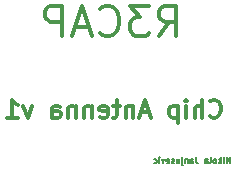
<source format=gbo>
G04 #@! TF.GenerationSoftware,KiCad,Pcbnew,5.0.2-bee76a0~70~ubuntu16.04.1*
G04 #@! TF.CreationDate,2019-02-25T14:33:45-05:00*
G04 #@! TF.ProjectId,ant1,616e7431-2e6b-4696-9361-645f70636258,rev?*
G04 #@! TF.SameCoordinates,Original*
G04 #@! TF.FileFunction,Legend,Bot*
G04 #@! TF.FilePolarity,Positive*
%FSLAX46Y46*%
G04 Gerber Fmt 4.6, Leading zero omitted, Abs format (unit mm)*
G04 Created by KiCad (PCBNEW 5.0.2-bee76a0~70~ubuntu16.04.1) date Mon 25 Feb 2019 02:33:45 PM EST*
%MOMM*%
%LPD*%
G01*
G04 APERTURE LIST*
%ADD10C,0.127000*%
%ADD11C,0.300000*%
G04 APERTURE END LIST*
D10*
X181398333Y-79604809D02*
X181398333Y-79096809D01*
X181108047Y-79604809D01*
X181108047Y-79096809D01*
X180866142Y-79604809D02*
X180866142Y-79266142D01*
X180866142Y-79096809D02*
X180890333Y-79121000D01*
X180866142Y-79145190D01*
X180841952Y-79121000D01*
X180866142Y-79096809D01*
X180866142Y-79145190D01*
X180624238Y-79604809D02*
X180624238Y-79096809D01*
X180575857Y-79411285D02*
X180430714Y-79604809D01*
X180430714Y-79266142D02*
X180624238Y-79459666D01*
X180140428Y-79604809D02*
X180188809Y-79580619D01*
X180213000Y-79556428D01*
X180237190Y-79508047D01*
X180237190Y-79362904D01*
X180213000Y-79314523D01*
X180188809Y-79290333D01*
X180140428Y-79266142D01*
X180067857Y-79266142D01*
X180019476Y-79290333D01*
X179995285Y-79314523D01*
X179971095Y-79362904D01*
X179971095Y-79508047D01*
X179995285Y-79556428D01*
X180019476Y-79580619D01*
X180067857Y-79604809D01*
X180140428Y-79604809D01*
X179680809Y-79604809D02*
X179729190Y-79580619D01*
X179753380Y-79532238D01*
X179753380Y-79096809D01*
X179269571Y-79604809D02*
X179269571Y-79338714D01*
X179293761Y-79290333D01*
X179342142Y-79266142D01*
X179438904Y-79266142D01*
X179487285Y-79290333D01*
X179269571Y-79580619D02*
X179317952Y-79604809D01*
X179438904Y-79604809D01*
X179487285Y-79580619D01*
X179511476Y-79532238D01*
X179511476Y-79483857D01*
X179487285Y-79435476D01*
X179438904Y-79411285D01*
X179317952Y-79411285D01*
X179269571Y-79387095D01*
X178495476Y-79096809D02*
X178495476Y-79459666D01*
X178519666Y-79532238D01*
X178568047Y-79580619D01*
X178640619Y-79604809D01*
X178689000Y-79604809D01*
X178035857Y-79604809D02*
X178035857Y-79338714D01*
X178060047Y-79290333D01*
X178108428Y-79266142D01*
X178205190Y-79266142D01*
X178253571Y-79290333D01*
X178035857Y-79580619D02*
X178084238Y-79604809D01*
X178205190Y-79604809D01*
X178253571Y-79580619D01*
X178277761Y-79532238D01*
X178277761Y-79483857D01*
X178253571Y-79435476D01*
X178205190Y-79411285D01*
X178084238Y-79411285D01*
X178035857Y-79387095D01*
X177793952Y-79266142D02*
X177793952Y-79604809D01*
X177793952Y-79314523D02*
X177769761Y-79290333D01*
X177721380Y-79266142D01*
X177648809Y-79266142D01*
X177600428Y-79290333D01*
X177576238Y-79338714D01*
X177576238Y-79604809D01*
X177334333Y-79266142D02*
X177334333Y-79701571D01*
X177358523Y-79749952D01*
X177406904Y-79774142D01*
X177431095Y-79774142D01*
X177334333Y-79096809D02*
X177358523Y-79121000D01*
X177334333Y-79145190D01*
X177310142Y-79121000D01*
X177334333Y-79096809D01*
X177334333Y-79145190D01*
X176874714Y-79266142D02*
X176874714Y-79604809D01*
X177092428Y-79266142D02*
X177092428Y-79532238D01*
X177068238Y-79580619D01*
X177019857Y-79604809D01*
X176947285Y-79604809D01*
X176898904Y-79580619D01*
X176874714Y-79556428D01*
X176657000Y-79580619D02*
X176608619Y-79604809D01*
X176511857Y-79604809D01*
X176463476Y-79580619D01*
X176439285Y-79532238D01*
X176439285Y-79508047D01*
X176463476Y-79459666D01*
X176511857Y-79435476D01*
X176584428Y-79435476D01*
X176632809Y-79411285D01*
X176657000Y-79362904D01*
X176657000Y-79338714D01*
X176632809Y-79290333D01*
X176584428Y-79266142D01*
X176511857Y-79266142D01*
X176463476Y-79290333D01*
X176028047Y-79580619D02*
X176076428Y-79604809D01*
X176173190Y-79604809D01*
X176221571Y-79580619D01*
X176245761Y-79532238D01*
X176245761Y-79338714D01*
X176221571Y-79290333D01*
X176173190Y-79266142D01*
X176076428Y-79266142D01*
X176028047Y-79290333D01*
X176003857Y-79338714D01*
X176003857Y-79387095D01*
X176245761Y-79435476D01*
X175834523Y-79266142D02*
X175713571Y-79604809D01*
X175592619Y-79266142D01*
X175399095Y-79604809D02*
X175399095Y-79266142D01*
X175399095Y-79096809D02*
X175423285Y-79121000D01*
X175399095Y-79145190D01*
X175374904Y-79121000D01*
X175399095Y-79096809D01*
X175399095Y-79145190D01*
X174939476Y-79580619D02*
X174987857Y-79604809D01*
X175084619Y-79604809D01*
X175133000Y-79580619D01*
X175157190Y-79556428D01*
X175181380Y-79508047D01*
X175181380Y-79362904D01*
X175157190Y-79314523D01*
X175133000Y-79290333D01*
X175084619Y-79266142D01*
X174987857Y-79266142D01*
X174939476Y-79290333D01*
D11*
X179684142Y-75592714D02*
X179755571Y-75664142D01*
X179969857Y-75735571D01*
X180112714Y-75735571D01*
X180327000Y-75664142D01*
X180469857Y-75521285D01*
X180541285Y-75378428D01*
X180612714Y-75092714D01*
X180612714Y-74878428D01*
X180541285Y-74592714D01*
X180469857Y-74449857D01*
X180327000Y-74307000D01*
X180112714Y-74235571D01*
X179969857Y-74235571D01*
X179755571Y-74307000D01*
X179684142Y-74378428D01*
X179041285Y-75735571D02*
X179041285Y-74235571D01*
X178398428Y-75735571D02*
X178398428Y-74949857D01*
X178469857Y-74807000D01*
X178612714Y-74735571D01*
X178827000Y-74735571D01*
X178969857Y-74807000D01*
X179041285Y-74878428D01*
X177684142Y-75735571D02*
X177684142Y-74735571D01*
X177684142Y-74235571D02*
X177755571Y-74307000D01*
X177684142Y-74378428D01*
X177612714Y-74307000D01*
X177684142Y-74235571D01*
X177684142Y-74378428D01*
X176969857Y-74735571D02*
X176969857Y-76235571D01*
X176969857Y-74807000D02*
X176827000Y-74735571D01*
X176541285Y-74735571D01*
X176398428Y-74807000D01*
X176327000Y-74878428D01*
X176255571Y-75021285D01*
X176255571Y-75449857D01*
X176327000Y-75592714D01*
X176398428Y-75664142D01*
X176541285Y-75735571D01*
X176827000Y-75735571D01*
X176969857Y-75664142D01*
X174541285Y-75307000D02*
X173827000Y-75307000D01*
X174684142Y-75735571D02*
X174184142Y-74235571D01*
X173684142Y-75735571D01*
X173184142Y-74735571D02*
X173184142Y-75735571D01*
X173184142Y-74878428D02*
X173112714Y-74807000D01*
X172969857Y-74735571D01*
X172755571Y-74735571D01*
X172612714Y-74807000D01*
X172541285Y-74949857D01*
X172541285Y-75735571D01*
X172041285Y-74735571D02*
X171469857Y-74735571D01*
X171827000Y-74235571D02*
X171827000Y-75521285D01*
X171755571Y-75664142D01*
X171612714Y-75735571D01*
X171469857Y-75735571D01*
X170398428Y-75664142D02*
X170541285Y-75735571D01*
X170827000Y-75735571D01*
X170969857Y-75664142D01*
X171041285Y-75521285D01*
X171041285Y-74949857D01*
X170969857Y-74807000D01*
X170827000Y-74735571D01*
X170541285Y-74735571D01*
X170398428Y-74807000D01*
X170327000Y-74949857D01*
X170327000Y-75092714D01*
X171041285Y-75235571D01*
X169684142Y-74735571D02*
X169684142Y-75735571D01*
X169684142Y-74878428D02*
X169612714Y-74807000D01*
X169469857Y-74735571D01*
X169255571Y-74735571D01*
X169112714Y-74807000D01*
X169041285Y-74949857D01*
X169041285Y-75735571D01*
X168327000Y-74735571D02*
X168327000Y-75735571D01*
X168327000Y-74878428D02*
X168255571Y-74807000D01*
X168112714Y-74735571D01*
X167898428Y-74735571D01*
X167755571Y-74807000D01*
X167684142Y-74949857D01*
X167684142Y-75735571D01*
X166327000Y-75735571D02*
X166327000Y-74949857D01*
X166398428Y-74807000D01*
X166541285Y-74735571D01*
X166827000Y-74735571D01*
X166969857Y-74807000D01*
X166327000Y-75664142D02*
X166469857Y-75735571D01*
X166827000Y-75735571D01*
X166969857Y-75664142D01*
X167041285Y-75521285D01*
X167041285Y-75378428D01*
X166969857Y-75235571D01*
X166827000Y-75164142D01*
X166469857Y-75164142D01*
X166327000Y-75092714D01*
X164612714Y-74735571D02*
X164255571Y-75735571D01*
X163898428Y-74735571D01*
X162541285Y-75735571D02*
X163398428Y-75735571D01*
X162969857Y-75735571D02*
X162969857Y-74235571D01*
X163112714Y-74449857D01*
X163255571Y-74592714D01*
X163398428Y-74664142D01*
X175374904Y-68840047D02*
X176221571Y-67630523D01*
X176826333Y-68840047D02*
X176826333Y-66300047D01*
X175858714Y-66300047D01*
X175616809Y-66421000D01*
X175495857Y-66541952D01*
X175374904Y-66783857D01*
X175374904Y-67146714D01*
X175495857Y-67388619D01*
X175616809Y-67509571D01*
X175858714Y-67630523D01*
X176826333Y-67630523D01*
X174528238Y-66300047D02*
X172955857Y-66300047D01*
X173802523Y-67267666D01*
X173439666Y-67267666D01*
X173197761Y-67388619D01*
X173076809Y-67509571D01*
X172955857Y-67751476D01*
X172955857Y-68356238D01*
X173076809Y-68598142D01*
X173197761Y-68719095D01*
X173439666Y-68840047D01*
X174165380Y-68840047D01*
X174407285Y-68719095D01*
X174528238Y-68598142D01*
X170415857Y-68598142D02*
X170536809Y-68719095D01*
X170899666Y-68840047D01*
X171141571Y-68840047D01*
X171504428Y-68719095D01*
X171746333Y-68477190D01*
X171867285Y-68235285D01*
X171988238Y-67751476D01*
X171988238Y-67388619D01*
X171867285Y-66904809D01*
X171746333Y-66662904D01*
X171504428Y-66421000D01*
X171141571Y-66300047D01*
X170899666Y-66300047D01*
X170536809Y-66421000D01*
X170415857Y-66541952D01*
X169448238Y-68114333D02*
X168238714Y-68114333D01*
X169690142Y-68840047D02*
X168843476Y-66300047D01*
X167996809Y-68840047D01*
X167150142Y-68840047D02*
X167150142Y-66300047D01*
X166182523Y-66300047D01*
X165940619Y-66421000D01*
X165819666Y-66541952D01*
X165698714Y-66783857D01*
X165698714Y-67146714D01*
X165819666Y-67388619D01*
X165940619Y-67509571D01*
X166182523Y-67630523D01*
X167150142Y-67630523D01*
M02*

</source>
